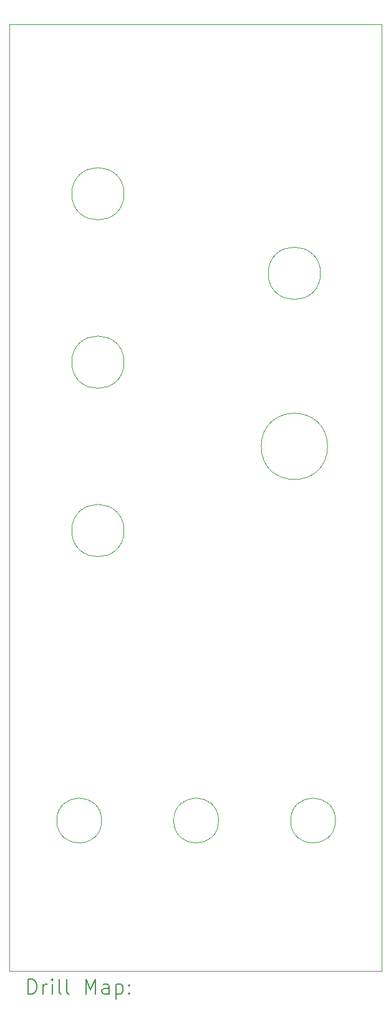
<source format=gbr>
%FSLAX45Y45*%
G04 Gerber Fmt 4.5, Leading zero omitted, Abs format (unit mm)*
G04 Created by KiCad (PCBNEW 6.0.5+dfsg-1~bpo11+1) date 2022-10-14 00:14:09*
%MOMM*%
%LPD*%
G01*
G04 APERTURE LIST*
%TA.AperFunction,Profile*%
%ADD10C,0.050000*%
%TD*%
%ADD11C,0.200000*%
G04 APERTURE END LIST*
D10*
X14719500Y-13779500D02*
G75*
G03*
X14719500Y-13779500I-305000J0D01*
G01*
X16307000Y-13779500D02*
G75*
G03*
X16307000Y-13779500I-305000J0D01*
G01*
X11880500Y-2970500D02*
X11880500Y-15820500D01*
X16930500Y-2970500D02*
X16930500Y-15820500D01*
X13436000Y-7556500D02*
G75*
G03*
X13436000Y-7556500I-355000J0D01*
G01*
X16198000Y-8699500D02*
G75*
G03*
X16198000Y-8699500I-450000J0D01*
G01*
X16103000Y-6350000D02*
G75*
G03*
X16103000Y-6350000I-355000J0D01*
G01*
X13436000Y-9842500D02*
G75*
G03*
X13436000Y-9842500I-355000J0D01*
G01*
X13132000Y-13779500D02*
G75*
G03*
X13132000Y-13779500I-305000J0D01*
G01*
X11880500Y-2970500D02*
X16930500Y-2970500D01*
X13436000Y-5270500D02*
G75*
G03*
X13436000Y-5270500I-355000J0D01*
G01*
X11880500Y-15820500D02*
X16930500Y-15820500D01*
D11*
X12135619Y-16133476D02*
X12135619Y-15933476D01*
X12183238Y-15933476D01*
X12211809Y-15943000D01*
X12230857Y-15962048D01*
X12240381Y-15981095D01*
X12249905Y-16019190D01*
X12249905Y-16047762D01*
X12240381Y-16085857D01*
X12230857Y-16104905D01*
X12211809Y-16123952D01*
X12183238Y-16133476D01*
X12135619Y-16133476D01*
X12335619Y-16133476D02*
X12335619Y-16000143D01*
X12335619Y-16038238D02*
X12345143Y-16019190D01*
X12354667Y-16009667D01*
X12373714Y-16000143D01*
X12392762Y-16000143D01*
X12459428Y-16133476D02*
X12459428Y-16000143D01*
X12459428Y-15933476D02*
X12449905Y-15943000D01*
X12459428Y-15952524D01*
X12468952Y-15943000D01*
X12459428Y-15933476D01*
X12459428Y-15952524D01*
X12583238Y-16133476D02*
X12564190Y-16123952D01*
X12554667Y-16104905D01*
X12554667Y-15933476D01*
X12688000Y-16133476D02*
X12668952Y-16123952D01*
X12659428Y-16104905D01*
X12659428Y-15933476D01*
X12916571Y-16133476D02*
X12916571Y-15933476D01*
X12983238Y-16076333D01*
X13049905Y-15933476D01*
X13049905Y-16133476D01*
X13230857Y-16133476D02*
X13230857Y-16028714D01*
X13221333Y-16009667D01*
X13202286Y-16000143D01*
X13164190Y-16000143D01*
X13145143Y-16009667D01*
X13230857Y-16123952D02*
X13211809Y-16133476D01*
X13164190Y-16133476D01*
X13145143Y-16123952D01*
X13135619Y-16104905D01*
X13135619Y-16085857D01*
X13145143Y-16066809D01*
X13164190Y-16057286D01*
X13211809Y-16057286D01*
X13230857Y-16047762D01*
X13326095Y-16000143D02*
X13326095Y-16200143D01*
X13326095Y-16009667D02*
X13345143Y-16000143D01*
X13383238Y-16000143D01*
X13402286Y-16009667D01*
X13411809Y-16019190D01*
X13421333Y-16038238D01*
X13421333Y-16095381D01*
X13411809Y-16114428D01*
X13402286Y-16123952D01*
X13383238Y-16133476D01*
X13345143Y-16133476D01*
X13326095Y-16123952D01*
X13507048Y-16114428D02*
X13516571Y-16123952D01*
X13507048Y-16133476D01*
X13497524Y-16123952D01*
X13507048Y-16114428D01*
X13507048Y-16133476D01*
X13507048Y-16009667D02*
X13516571Y-16019190D01*
X13507048Y-16028714D01*
X13497524Y-16019190D01*
X13507048Y-16009667D01*
X13507048Y-16028714D01*
M02*

</source>
